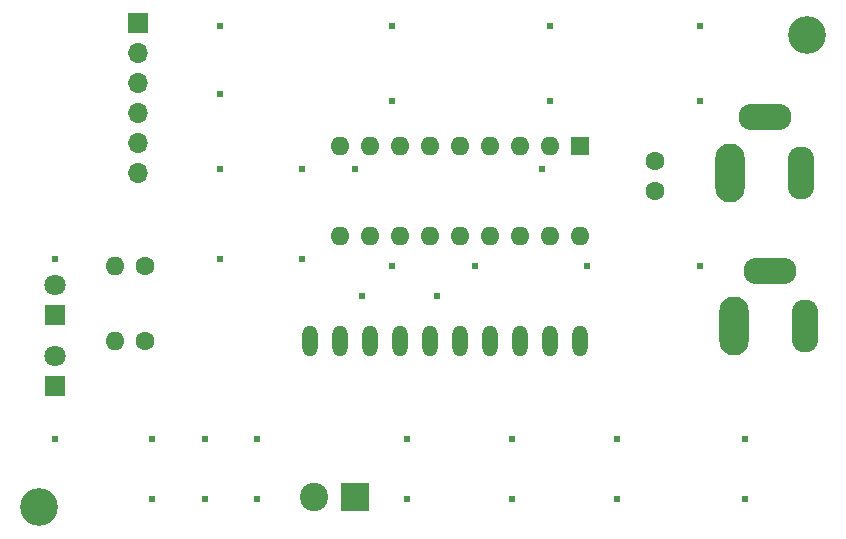
<source format=gts>
G04 #@! TF.GenerationSoftware,KiCad,Pcbnew,(6.0.11-0)*
G04 #@! TF.CreationDate,2023-05-27T08:55:42+09:00*
G04 #@! TF.ProjectId,TargetSite-Truck,54617267-6574-4536-9974-652d54727563,1*
G04 #@! TF.SameCoordinates,Original*
G04 #@! TF.FileFunction,Soldermask,Top*
G04 #@! TF.FilePolarity,Negative*
%FSLAX46Y46*%
G04 Gerber Fmt 4.6, Leading zero omitted, Abs format (unit mm)*
G04 Created by KiCad (PCBNEW (6.0.11-0)) date 2023-05-27 08:55:42*
%MOMM*%
%LPD*%
G01*
G04 APERTURE LIST*
%ADD10R,1.700000X1.700000*%
%ADD11O,1.700000X1.700000*%
%ADD12R,1.800000X1.800000*%
%ADD13C,1.800000*%
%ADD14C,3.200000*%
%ADD15C,1.600000*%
%ADD16O,1.600000X1.600000*%
%ADD17O,2.500000X5.000000*%
%ADD18O,2.250000X4.500000*%
%ADD19O,4.500000X2.250000*%
%ADD20R,2.400000X2.400000*%
%ADD21C,2.400000*%
%ADD22O,1.308000X2.616000*%
%ADD23R,1.600000X1.600000*%
%ADD24C,0.605000*%
G04 APERTURE END LIST*
D10*
X143380000Y-83962850D03*
D11*
X143380000Y-86502850D03*
X143380000Y-89042850D03*
X143380000Y-91582850D03*
X143380000Y-94122850D03*
X143380000Y-96662850D03*
D12*
X136350452Y-114760000D03*
D13*
X136350452Y-112220000D03*
D14*
X200000000Y-85000000D03*
D15*
X143950000Y-110950000D03*
D16*
X141410000Y-110950000D03*
D17*
X193500000Y-96675000D03*
D18*
X199500000Y-96675000D03*
D19*
X196500000Y-91975000D03*
D20*
X161750000Y-124134470D03*
D21*
X158250000Y-124134470D03*
D22*
X180800000Y-110950000D03*
X178260000Y-110950000D03*
X175720000Y-110950000D03*
X173180000Y-110950000D03*
X170640000Y-110950000D03*
X168100000Y-110950000D03*
X165560000Y-110950000D03*
X163020000Y-110950000D03*
X160480000Y-110950000D03*
X157940000Y-110950000D03*
D17*
X193850000Y-109675000D03*
D18*
X199850000Y-109675000D03*
D19*
X196850000Y-104975000D03*
D12*
X136350452Y-108710000D03*
D13*
X136350452Y-106170000D03*
D15*
X187150000Y-95700000D03*
X187150000Y-98200000D03*
X143950000Y-104600000D03*
D16*
X141410000Y-104600000D03*
D14*
X135000000Y-125000000D03*
D23*
X180800000Y-94450000D03*
D16*
X178260000Y-94450000D03*
X175720000Y-94450000D03*
X173180000Y-94450000D03*
X170640000Y-94450000D03*
X168100000Y-94450000D03*
X165560000Y-94450000D03*
X163020000Y-94450000D03*
X160480000Y-94450000D03*
X160480000Y-102070000D03*
X163020000Y-102070000D03*
X165560000Y-102070000D03*
X168100000Y-102070000D03*
X170640000Y-102070000D03*
X173180000Y-102070000D03*
X175720000Y-102070000D03*
X178260000Y-102070000D03*
X180800000Y-102070000D03*
D24*
X150320000Y-84280000D03*
X194770000Y-124285000D03*
X183975000Y-119205000D03*
X149050000Y-119205000D03*
X157305000Y-103965000D03*
X144605000Y-119205000D03*
X190960000Y-90630000D03*
X166195000Y-119205000D03*
X150320000Y-89995000D03*
X150320000Y-96345000D03*
X153495000Y-124285000D03*
X150320000Y-103965000D03*
X181435000Y-104600000D03*
X168735000Y-107140000D03*
X183975000Y-124285000D03*
X175085000Y-124285000D03*
X164925000Y-90630000D03*
X149050000Y-124285000D03*
X164925000Y-104600000D03*
X194770000Y-119205000D03*
X190960000Y-104600000D03*
X166195000Y-124285000D03*
X164925000Y-84280000D03*
X178260000Y-90630000D03*
X157305000Y-96345000D03*
X177625000Y-96345000D03*
X178260000Y-84280000D03*
X175085000Y-119205000D03*
X136350000Y-103965000D03*
X136350000Y-119205000D03*
X162385000Y-107140000D03*
X171910000Y-104600000D03*
X161750000Y-96345000D03*
X144605000Y-124285000D03*
X153495000Y-119205000D03*
X190960000Y-84280000D03*
M02*

</source>
